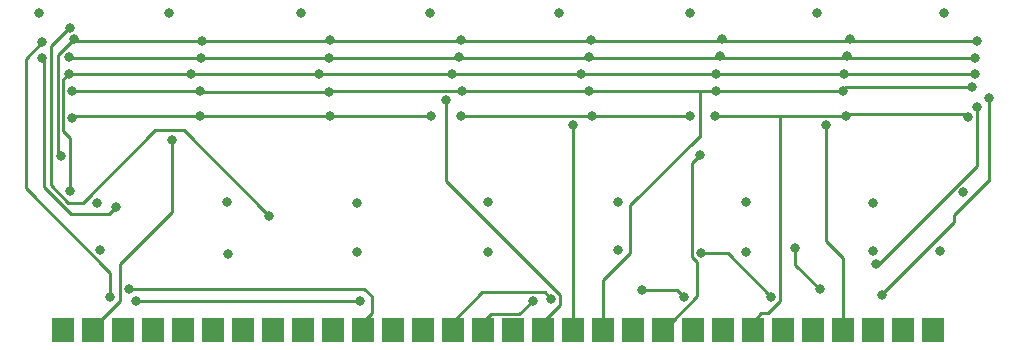
<source format=gbr>
%TF.GenerationSoftware,KiCad,Pcbnew,6.0.0+dfsg1-2*%
%TF.CreationDate,2022-02-11T22:47:22+03:00*%
%TF.ProjectId,simm3016_n,73696d6d-3330-4313-965f-6e2e6b696361,rev?*%
%TF.SameCoordinates,Original*%
%TF.FileFunction,Copper,L4,Bot*%
%TF.FilePolarity,Positive*%
%FSLAX46Y46*%
G04 Gerber Fmt 4.6, Leading zero omitted, Abs format (unit mm)*
G04 Created by KiCad (PCBNEW 6.0.0+dfsg1-2) date 2022-02-11 22:47:22*
%MOMM*%
%LPD*%
G01*
G04 APERTURE LIST*
%TA.AperFunction,ComponentPad*%
%ADD10R,1.900000X2.000000*%
%TD*%
%TA.AperFunction,ViaPad*%
%ADD11C,0.800000*%
%TD*%
%TA.AperFunction,Conductor*%
%ADD12C,0.250000*%
%TD*%
G04 APERTURE END LIST*
D10*
%TO.P,J1,1,Pin_1*%
%TO.N,+5V*%
X142350000Y-144750000D03*
%TO.P,J1,2,Pin_2*%
%TO.N,/~{CAS}*%
X144890000Y-144750000D03*
%TO.P,J1,3,Pin_3*%
%TO.N,/DQ0*%
X147430000Y-144750000D03*
%TO.P,J1,4,Pin_4*%
%TO.N,/A0*%
X149970000Y-144750000D03*
%TO.P,J1,5,Pin_5*%
%TO.N,/A1*%
X152510000Y-144750000D03*
%TO.P,J1,6,Pin_6*%
%TO.N,/DQ1*%
X155050000Y-144750000D03*
%TO.P,J1,7,Pin_7*%
%TO.N,/A2*%
X157590000Y-144750000D03*
%TO.P,J1,8,Pin_8*%
%TO.N,/A3*%
X160130000Y-144750000D03*
%TO.P,J1,9,Pin_9*%
%TO.N,GNDD*%
X162670000Y-144750000D03*
%TO.P,J1,10,Pin_10*%
%TO.N,/DQ2*%
X165210000Y-144750000D03*
%TO.P,J1,11,Pin_11*%
%TO.N,/A4*%
X167750000Y-144750000D03*
%TO.P,J1,12,Pin_12*%
%TO.N,/A5*%
X170290000Y-144750000D03*
%TO.P,J1,13,Pin_13*%
%TO.N,/DQ3*%
X172830000Y-144750000D03*
%TO.P,J1,14,Pin_14*%
%TO.N,/A6*%
X175370000Y-144750000D03*
%TO.P,J1,15,Pin_15*%
%TO.N,/A7*%
X177910000Y-144750000D03*
%TO.P,J1,16,Pin_16*%
%TO.N,/DQ4*%
X180450000Y-144750000D03*
%TO.P,J1,17,Pin_17*%
%TO.N,/A8*%
X182990000Y-144750000D03*
%TO.P,J1,18,Pin_18*%
%TO.N,/A9*%
X185530000Y-144750000D03*
%TO.P,J1,19,Pin_19*%
%TO.N,/A10*%
X188070000Y-144750000D03*
%TO.P,J1,20,Pin_20*%
%TO.N,/DQ5*%
X190610000Y-144750000D03*
%TO.P,J1,21,Pin_21*%
%TO.N,/~{WE}*%
X193150000Y-144750000D03*
%TO.P,J1,22,Pin_22*%
%TO.N,GNDD*%
X195690000Y-144750000D03*
%TO.P,J1,23,Pin_23*%
%TO.N,/DQ6*%
X198230000Y-144750000D03*
%TO.P,J1,24,Pin_24*%
%TO.N,/A11*%
X200770000Y-144750000D03*
%TO.P,J1,25,Pin_25*%
%TO.N,/DQ7*%
X203310000Y-144750000D03*
%TO.P,J1,26,Pin_26*%
%TO.N,GNDD*%
X205850000Y-144750000D03*
%TO.P,J1,27,Pin_27*%
%TO.N,/~{RAS}*%
X208390000Y-144750000D03*
%TO.P,J1,28,Pin_28*%
%TO.N,unconnected-(J1-Pad28)*%
X210930000Y-144750000D03*
%TO.P,J1,29,Pin_29*%
%TO.N,unconnected-(J1-Pad29)*%
X213470000Y-144750000D03*
%TO.P,J1,30,Pin_30*%
%TO.N,+5V*%
X216010000Y-144750000D03*
%TD*%
D11*
%TO.N,+5V*%
X200200000Y-133950000D03*
X178300000Y-133900000D03*
X210900000Y-134000000D03*
X156200000Y-133900000D03*
X167200000Y-134000000D03*
X189300000Y-133900000D03*
X145200000Y-134000000D03*
X218542500Y-133120000D03*
%TO.N,GNDD*%
X140300000Y-117900000D03*
X173450000Y-117950000D03*
X178300000Y-138200000D03*
X206150000Y-117899989D03*
X195400000Y-117899989D03*
X184350000Y-117899989D03*
X145431053Y-137968947D03*
X167200000Y-138200000D03*
X200200000Y-138200000D03*
X156300000Y-138300000D03*
X189300000Y-138000000D03*
X151350000Y-117900000D03*
X210900000Y-138100000D03*
X162450000Y-117900000D03*
X216600000Y-138100000D03*
X216950000Y-117950000D03*
%TO.N,/~{WE}*%
X196264511Y-129985489D03*
%TO.N,/~{RAS}*%
X206954511Y-127445489D03*
%TO.N,/A11*%
X195449502Y-126650000D03*
X164950000Y-126650000D03*
X153950000Y-126650000D03*
X208600000Y-126650000D03*
X143073522Y-126800000D03*
X173475500Y-126677248D03*
X218975500Y-126696501D03*
X187150000Y-126650000D03*
X197550000Y-126650000D03*
X176024500Y-126648381D03*
%TO.N,/A10*%
X208350000Y-124500000D03*
X176100000Y-124500000D03*
X143073522Y-124508100D03*
X164850000Y-124575500D03*
X219300000Y-124200000D03*
X153900000Y-124550000D03*
X197650000Y-124500000D03*
X186900000Y-124500000D03*
%TO.N,/A0*%
X197650000Y-123050000D03*
X219550000Y-123050000D03*
X208500000Y-123050000D03*
X175300000Y-123050000D03*
X142900000Y-133000000D03*
X142824500Y-123059099D03*
X186200000Y-123050000D03*
X164000000Y-123050000D03*
X153150000Y-123050000D03*
%TO.N,/A1*%
X208709989Y-121600999D03*
X140575500Y-121700000D03*
X219540011Y-121759989D03*
X146800000Y-134350000D03*
X175883051Y-121658536D03*
X197940011Y-121600999D03*
X153989849Y-121755989D03*
X142833599Y-121610098D03*
X164839849Y-121755989D03*
X186832116Y-121681554D03*
%TO.N,/A2*%
X208989011Y-120151998D03*
X143255227Y-120163871D03*
X142174500Y-130000000D03*
X154139011Y-120306988D03*
X187039011Y-120232553D03*
X219710989Y-120310989D03*
X176039011Y-120209535D03*
X164933210Y-120200999D03*
X198090477Y-120151998D03*
%TO.N,/A3*%
X142900000Y-119200000D03*
X159800000Y-135100000D03*
%TO.N,/A4*%
X147900000Y-141250000D03*
%TO.N,/A5*%
X148550000Y-142350000D03*
X140590000Y-120390000D03*
X167500000Y-142350000D03*
X146350000Y-142000000D03*
%TO.N,/A6*%
X211650000Y-141800000D03*
X220704605Y-125144687D03*
X204350000Y-137800000D03*
X191350000Y-141350000D03*
X194950000Y-142000000D03*
X183650000Y-142100000D03*
X206400000Y-141300000D03*
%TO.N,/A7*%
X219700000Y-125900000D03*
X202300000Y-141950000D03*
X182100000Y-142300000D03*
X196350000Y-138250000D03*
X211150000Y-139200000D03*
%TO.N,/A8*%
X174750000Y-125300000D03*
%TO.N,/A9*%
X185500000Y-127400000D03*
%TO.N,/~{CAS}*%
X151550000Y-128700000D03*
%TD*%
D12*
%TO.N,/A6*%
X220704605Y-125144687D02*
X220704605Y-132145395D01*
X211600000Y-141800000D02*
X211650000Y-141800000D01*
X220704605Y-132145395D02*
X220664605Y-132145395D01*
X220664605Y-132145395D02*
X217775000Y-135035000D01*
X217775000Y-135035000D02*
X217775000Y-135625000D01*
X217775000Y-135625000D02*
X211600000Y-141800000D01*
%TO.N,/~{WE}*%
X195625499Y-130624501D02*
X195625499Y-138550099D01*
X196050489Y-138975089D02*
X196050489Y-141924125D01*
X195625499Y-138550099D02*
X196050489Y-138975089D01*
X196050489Y-141924125D02*
X193924614Y-144050000D01*
X196264511Y-129985489D02*
X195625499Y-130624501D01*
%TO.N,/~{RAS}*%
X206954511Y-127445489D02*
X206954511Y-137254511D01*
X206954511Y-137254511D02*
X208390000Y-138690000D01*
X208390000Y-138690000D02*
X208390000Y-144050000D01*
%TO.N,/A11*%
X203050000Y-142300000D02*
X202000000Y-143350000D01*
X203050000Y-126650000D02*
X203050000Y-142300000D01*
X187150000Y-126650000D02*
X176026119Y-126650000D01*
X153950000Y-126650000D02*
X143223522Y-126650000D01*
X164950000Y-126650000D02*
X153950000Y-126650000D01*
X203050000Y-126650000D02*
X197550000Y-126650000D01*
X208800000Y-126450000D02*
X218728999Y-126450000D01*
X208600000Y-126650000D02*
X208800000Y-126450000D01*
X208600000Y-126650000D02*
X203050000Y-126650000D01*
X173448252Y-126650000D02*
X173475500Y-126677248D01*
X176026119Y-126650000D02*
X176024500Y-126648381D01*
X195350000Y-126650000D02*
X187150000Y-126650000D01*
X164950000Y-126650000D02*
X173448252Y-126650000D01*
X218728999Y-126450000D02*
X218975500Y-126696501D01*
X202000000Y-143350000D02*
X201470000Y-143350000D01*
X201470000Y-143350000D02*
X200770000Y-144050000D01*
X195350000Y-126650000D02*
X195449502Y-126650000D01*
X143223522Y-126650000D02*
X143073522Y-126800000D01*
%TO.N,/A10*%
X153900000Y-124550000D02*
X143115422Y-124550000D01*
X186900000Y-124500000D02*
X176100000Y-124500000D01*
X143115422Y-124550000D02*
X143073522Y-124508100D01*
X208650000Y-124200000D02*
X208350000Y-124500000D01*
X196300000Y-124500000D02*
X196300000Y-128400000D01*
X165100000Y-124500000D02*
X164900000Y-124700000D01*
X219300000Y-124200000D02*
X208650000Y-124200000D01*
X164900000Y-124625500D02*
X164850000Y-124575500D01*
X190340000Y-134210000D02*
X190340000Y-138260000D01*
X188070000Y-144050000D02*
X188070000Y-140530000D01*
X153925500Y-124575500D02*
X153900000Y-124550000D01*
X197650000Y-124500000D02*
X196300000Y-124500000D01*
X196300000Y-128400000D02*
X196150000Y-128400000D01*
X208350000Y-124500000D02*
X197650000Y-124500000D01*
X188070000Y-140530000D02*
X190340000Y-138260000D01*
X196150000Y-128400000D02*
X190340000Y-134210000D01*
X164850000Y-124575500D02*
X153925500Y-124575500D01*
X164900000Y-124700000D02*
X164900000Y-124625500D01*
X196300000Y-124500000D02*
X186900000Y-124500000D01*
X176100000Y-124500000D02*
X165100000Y-124500000D01*
%TO.N,/A0*%
X142900000Y-133000000D02*
X142900000Y-128500000D01*
X197650000Y-123050000D02*
X208500000Y-123050000D01*
X186200000Y-123050000D02*
X197650000Y-123050000D01*
X164000000Y-123050000D02*
X175300000Y-123050000D01*
X142349022Y-123534577D02*
X142824500Y-123059099D01*
X142833599Y-123050000D02*
X142824500Y-123059099D01*
X142900000Y-128500000D02*
X142349022Y-127949022D01*
X219300000Y-123050000D02*
X219550000Y-123050000D01*
X142349022Y-127949022D02*
X142349022Y-123534577D01*
X175300000Y-123050000D02*
X186200000Y-123050000D01*
X153150000Y-123050000D02*
X142833599Y-123050000D01*
X153150000Y-123050000D02*
X164000000Y-123050000D01*
X208500000Y-123050000D02*
X219300000Y-123050000D01*
%TO.N,/A1*%
X198099001Y-121759989D02*
X197940011Y-121600999D01*
X146800000Y-134350000D02*
X146200000Y-134950000D01*
X175984504Y-121759989D02*
X175883051Y-121658536D01*
X146200000Y-134950000D02*
X143000000Y-134950000D01*
X164843849Y-121759989D02*
X175781598Y-121759989D01*
X140700000Y-121824500D02*
X140575500Y-121700000D01*
X140700000Y-132650000D02*
X140700000Y-121824500D01*
X143000000Y-134950000D02*
X140700000Y-132650000D01*
X153989849Y-121755989D02*
X153985849Y-121759989D01*
X153985849Y-121759989D02*
X142983490Y-121759989D01*
X186753681Y-121759989D02*
X175984504Y-121759989D01*
X208709989Y-121600999D02*
X208550999Y-121759989D01*
X208868979Y-121759989D02*
X208709989Y-121600999D01*
X153993849Y-121759989D02*
X153989849Y-121755989D01*
X142983490Y-121759989D02*
X142833599Y-121610098D01*
X197940011Y-121600999D02*
X197781021Y-121759989D01*
X208550999Y-121759989D02*
X198099001Y-121759989D01*
X219540011Y-121759989D02*
X208868979Y-121759989D01*
X175781598Y-121759989D02*
X175883051Y-121658536D01*
X186910551Y-121759989D02*
X186832116Y-121681554D01*
X197781021Y-121759989D02*
X186910551Y-121759989D01*
X186832116Y-121681554D02*
X186753681Y-121759989D01*
X164835849Y-121759989D02*
X153993849Y-121759989D01*
X164839849Y-121755989D02*
X164843849Y-121759989D01*
X164839849Y-121755989D02*
X164835849Y-121759989D01*
%TO.N,/A2*%
X141899511Y-129725011D02*
X142174500Y-130000000D01*
X219710989Y-120310989D02*
X143402345Y-120310989D01*
X141899511Y-121519587D02*
X141899511Y-129725011D01*
X143402345Y-120310989D02*
X143255227Y-120163871D01*
X143255227Y-120163871D02*
X141899511Y-121519587D01*
%TO.N,/A3*%
X142804600Y-119200000D02*
X142900000Y-119200000D01*
X159800000Y-135100000D02*
X152550000Y-127850000D01*
X150150000Y-127850000D02*
X144000000Y-134000000D01*
X142800000Y-134000000D02*
X141300000Y-132500000D01*
X141300000Y-132500000D02*
X141300000Y-120704600D01*
X152550000Y-127850000D02*
X150150000Y-127850000D01*
X141300000Y-120704600D02*
X142804600Y-119200000D01*
X144000000Y-134000000D02*
X142800000Y-134000000D01*
%TO.N,/A4*%
X147900000Y-141250000D02*
X167845000Y-141250000D01*
X168472500Y-143327500D02*
X168472500Y-141877500D01*
X167750000Y-144050000D02*
X168472500Y-143327500D01*
X167845000Y-141250000D02*
X168472500Y-141877500D01*
%TO.N,/A5*%
X139180000Y-132780000D02*
X146350000Y-139950000D01*
X140590000Y-120390000D02*
X139180000Y-121800000D01*
X148550000Y-142350000D02*
X167500000Y-142350000D01*
X146350000Y-139950000D02*
X146350000Y-142000000D01*
X139180000Y-121800000D02*
X139180000Y-132780000D01*
%TO.N,/A6*%
X194300000Y-141350000D02*
X191350000Y-141350000D01*
X204350000Y-139250000D02*
X204350000Y-137800000D01*
X175370000Y-144050000D02*
X177844501Y-141575499D01*
X177844501Y-141575499D02*
X183125499Y-141575499D01*
X206400000Y-141300000D02*
X204350000Y-139250000D01*
X194950000Y-142000000D02*
X194300000Y-141350000D01*
X183650000Y-142100000D02*
X183125499Y-141575499D01*
%TO.N,/A7*%
X219700000Y-130850000D02*
X211300000Y-139250000D01*
X177910000Y-144050000D02*
X178535000Y-143425000D01*
X202300000Y-141950000D02*
X198600000Y-138250000D01*
X211200000Y-139250000D02*
X211150000Y-139200000D01*
X219700000Y-125900000D02*
X219700000Y-130850000D01*
X211300000Y-139250000D02*
X211200000Y-139250000D01*
X198600000Y-138250000D02*
X196350000Y-138250000D01*
X178535000Y-143425000D02*
X180975000Y-143425000D01*
X180975000Y-143425000D02*
X182100000Y-142300000D01*
%TO.N,/A8*%
X184374511Y-142665489D02*
X184374511Y-141799911D01*
X174750000Y-132175400D02*
X174750000Y-125300000D01*
X182990000Y-144050000D02*
X184374511Y-142665489D01*
X184374511Y-141799911D02*
X174750000Y-132175400D01*
%TO.N,/A9*%
X185530000Y-127430000D02*
X185500000Y-127400000D01*
X185530000Y-144050000D02*
X185530000Y-127430000D01*
%TO.N,/~{CAS}*%
X151550000Y-134750000D02*
X147160000Y-139140000D01*
X147160000Y-142290000D02*
X145400000Y-144050000D01*
X147160000Y-139140000D02*
X147160000Y-142290000D01*
X151550000Y-128700000D02*
X151550000Y-134750000D01*
%TD*%
M02*

</source>
